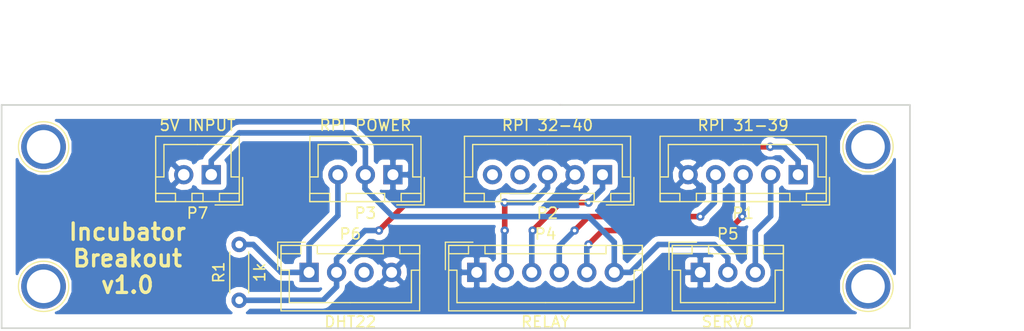
<source format=kicad_pcb>
(kicad_pcb (version 4) (host pcbnew 4.0.6)

  (general
    (links 18)
    (no_connects 0)
    (area 102.794999 88.824999 185.495001 109.295001)
    (thickness 1.6)
    (drawings 9)
    (tracks 73)
    (zones 0)
    (modules 12)
    (nets 13)
  )

  (page USLetter)
  (title_block
    (title "Incubator Breakout Board")
    (date 2017-11-29)
    (rev 1)
    (company "Urban Coop Company / Andy Vaselaar")
  )

  (layers
    (0 F.Cu signal)
    (31 B.Cu signal)
    (36 B.SilkS user)
    (37 F.SilkS user)
    (38 B.Mask user)
    (39 F.Mask user)
    (44 Edge.Cuts user)
    (45 Margin user)
  )

  (setup
    (last_trace_width 0.508)
    (trace_clearance 0.1524)
    (zone_clearance 0.508)
    (zone_45_only no)
    (trace_min 0.1524)
    (segment_width 0.2)
    (edge_width 0.15)
    (via_size 0.762)
    (via_drill 0.3302)
    (via_min_size 0.6858)
    (via_min_drill 0.3302)
    (uvia_size 0.762)
    (uvia_drill 0.508)
    (uvias_allowed no)
    (uvia_min_size 0)
    (uvia_min_drill 0)
    (pcb_text_width 0.3)
    (pcb_text_size 1.5 1.5)
    (mod_edge_width 0.15)
    (mod_text_size 1 1)
    (mod_text_width 0.15)
    (pad_size 1.524 1.524)
    (pad_drill 0.762)
    (pad_to_mask_clearance 0.2)
    (aux_axis_origin 0 0)
    (visible_elements FFFFFF7F)
    (pcbplotparams
      (layerselection 0x00030_80000001)
      (usegerberextensions false)
      (excludeedgelayer true)
      (linewidth 0.100000)
      (plotframeref false)
      (viasonmask false)
      (mode 1)
      (useauxorigin false)
      (hpglpennumber 1)
      (hpglpenspeed 20)
      (hpglpendiameter 15)
      (hpglpenoverlay 2)
      (psnegative false)
      (psa4output false)
      (plotreference true)
      (plotvalue true)
      (plotinvisibletext false)
      (padsonsilk false)
      (subtractmaskfromsilk false)
      (outputformat 1)
      (mirror false)
      (drillshape 1)
      (scaleselection 1)
      (outputdirectory ""))
  )

  (net 0 "")
  (net 1 /Servo_Data)
  (net 2 /DHT22_Data)
  (net 3 /Relay_4)
  (net 4 /Relay_3)
  (net 5 /Relay_2)
  (net 6 /Relay_1)
  (net 7 "Net-(P2-Pad4)")
  (net 8 "Net-(P2-Pad5)")
  (net 9 DGND)
  (net 10 +5V)
  (net 11 +3.3V)
  (net 12 "Net-(P6-Pad3)")

  (net_class Default "This is the default net class."
    (clearance 0.1524)
    (trace_width 0.508)
    (via_dia 0.762)
    (via_drill 0.3302)
    (uvia_dia 0.762)
    (uvia_drill 0.508)
    (add_net +3.3V)
    (add_net +5V)
    (add_net /DHT22_Data)
    (add_net /Relay_1)
    (add_net /Relay_2)
    (add_net /Relay_3)
    (add_net /Relay_4)
    (add_net /Servo_Data)
    (add_net DGND)
    (add_net "Net-(P2-Pad4)")
    (add_net "Net-(P2-Pad5)")
    (add_net "Net-(P6-Pad3)")
  )

  (module Connectors_JST:JST_XH_B05B-XH-A_05x2.50mm_Straight (layer F.Cu) (tedit 5A1EC892) (tstamp 5A1C910C)
    (at 175.26 95.25 180)
    (descr "JST XH series connector, B05B-XH-A, top entry type, through hole")
    (tags "connector jst xh tht top vertical 2.50mm")
    (path /5A08F46B)
    (fp_text reference P1 (at 5 -3.5 180) (layer F.SilkS)
      (effects (font (size 1 1) (thickness 0.15)))
    )
    (fp_text value "RPI 31-39" (at 5 4.5 180) (layer F.SilkS)
      (effects (font (size 1 1) (thickness 0.15)))
    )
    (fp_line (start -2.45 -2.35) (end -2.45 3.4) (layer F.Fab) (width 0.1))
    (fp_line (start -2.45 3.4) (end 12.45 3.4) (layer F.Fab) (width 0.1))
    (fp_line (start 12.45 3.4) (end 12.45 -2.35) (layer F.Fab) (width 0.1))
    (fp_line (start 12.45 -2.35) (end -2.45 -2.35) (layer F.Fab) (width 0.1))
    (fp_line (start -2.95 -2.85) (end -2.95 3.9) (layer F.CrtYd) (width 0.05))
    (fp_line (start -2.95 3.9) (end 12.95 3.9) (layer F.CrtYd) (width 0.05))
    (fp_line (start 12.95 3.9) (end 12.95 -2.85) (layer F.CrtYd) (width 0.05))
    (fp_line (start 12.95 -2.85) (end -2.95 -2.85) (layer F.CrtYd) (width 0.05))
    (fp_line (start -2.55 -2.45) (end -2.55 3.5) (layer F.SilkS) (width 0.12))
    (fp_line (start -2.55 3.5) (end 12.55 3.5) (layer F.SilkS) (width 0.12))
    (fp_line (start 12.55 3.5) (end 12.55 -2.45) (layer F.SilkS) (width 0.12))
    (fp_line (start 12.55 -2.45) (end -2.55 -2.45) (layer F.SilkS) (width 0.12))
    (fp_line (start 0.75 -2.45) (end 0.75 -1.7) (layer F.SilkS) (width 0.12))
    (fp_line (start 0.75 -1.7) (end 9.25 -1.7) (layer F.SilkS) (width 0.12))
    (fp_line (start 9.25 -1.7) (end 9.25 -2.45) (layer F.SilkS) (width 0.12))
    (fp_line (start 9.25 -2.45) (end 0.75 -2.45) (layer F.SilkS) (width 0.12))
    (fp_line (start -2.55 -2.45) (end -2.55 -1.7) (layer F.SilkS) (width 0.12))
    (fp_line (start -2.55 -1.7) (end -0.75 -1.7) (layer F.SilkS) (width 0.12))
    (fp_line (start -0.75 -1.7) (end -0.75 -2.45) (layer F.SilkS) (width 0.12))
    (fp_line (start -0.75 -2.45) (end -2.55 -2.45) (layer F.SilkS) (width 0.12))
    (fp_line (start 10.75 -2.45) (end 10.75 -1.7) (layer F.SilkS) (width 0.12))
    (fp_line (start 10.75 -1.7) (end 12.55 -1.7) (layer F.SilkS) (width 0.12))
    (fp_line (start 12.55 -1.7) (end 12.55 -2.45) (layer F.SilkS) (width 0.12))
    (fp_line (start 12.55 -2.45) (end 10.75 -2.45) (layer F.SilkS) (width 0.12))
    (fp_line (start -2.55 -0.2) (end -1.8 -0.2) (layer F.SilkS) (width 0.12))
    (fp_line (start -1.8 -0.2) (end -1.8 2.75) (layer F.SilkS) (width 0.12))
    (fp_line (start -1.8 2.75) (end 5 2.75) (layer F.SilkS) (width 0.12))
    (fp_line (start 12.55 -0.2) (end 11.8 -0.2) (layer F.SilkS) (width 0.12))
    (fp_line (start 11.8 -0.2) (end 11.8 2.75) (layer F.SilkS) (width 0.12))
    (fp_line (start 11.8 2.75) (end 5 2.75) (layer F.SilkS) (width 0.12))
    (fp_line (start -0.35 -2.75) (end -2.85 -2.75) (layer F.SilkS) (width 0.12))
    (fp_line (start -2.85 -2.75) (end -2.85 -0.25) (layer F.SilkS) (width 0.12))
    (fp_line (start -0.35 -2.75) (end -2.85 -2.75) (layer F.Fab) (width 0.1))
    (fp_line (start -2.85 -2.75) (end -2.85 -0.25) (layer F.Fab) (width 0.1))
    (fp_text user %R (at 5 2.5 180) (layer F.Fab)
      (effects (font (size 1 1) (thickness 0.15)))
    )
    (pad 1 thru_hole rect (at 0 0 180) (size 1.75 1.75) (drill 1) (layers *.Cu *.Mask)
      (net 2 /DHT22_Data))
    (pad 2 thru_hole circle (at 2.5 0 180) (size 1.75 1.75) (drill 1) (layers *.Cu *.Mask)
      (net 1 /Servo_Data))
    (pad 3 thru_hole circle (at 5 0 180) (size 1.75 1.75) (drill 1) (layers *.Cu *.Mask)
      (net 3 /Relay_4))
    (pad 4 thru_hole circle (at 7.5 0 180) (size 1.75 1.75) (drill 1) (layers *.Cu *.Mask)
      (net 4 /Relay_3))
    (pad 5 thru_hole circle (at 10 0 180) (size 1.75 1.75) (drill 1) (layers *.Cu *.Mask)
      (net 9 DGND))
    (model Connectors_JST.3dshapes/JST_XH_B05B-XH-A_05x2.50mm_Straight.wrl
      (at (xyz 0 0 0))
      (scale (xyz 1 1 1))
      (rotate (xyz 0 0 0))
    )
  )

  (module Connectors_JST:JST_XH_B05B-XH-A_05x2.50mm_Straight (layer F.Cu) (tedit 5A1ED454) (tstamp 5A1C9115)
    (at 157.48 95.25 180)
    (descr "JST XH series connector, B05B-XH-A, top entry type, through hole")
    (tags "connector jst xh tht top vertical 2.50mm")
    (path /5A08F3A9)
    (fp_text reference P2 (at 5 -3.5 180) (layer F.SilkS)
      (effects (font (size 1 1) (thickness 0.15)))
    )
    (fp_text value "RPI 32-40" (at 5 4.5 180) (layer F.SilkS)
      (effects (font (size 1 1) (thickness 0.15)))
    )
    (fp_line (start -2.45 -2.35) (end -2.45 3.4) (layer F.Fab) (width 0.1))
    (fp_line (start -2.45 3.4) (end 12.45 3.4) (layer F.Fab) (width 0.1))
    (fp_line (start 12.45 3.4) (end 12.45 -2.35) (layer F.Fab) (width 0.1))
    (fp_line (start 12.45 -2.35) (end -2.45 -2.35) (layer F.Fab) (width 0.1))
    (fp_line (start -2.95 -2.85) (end -2.95 3.9) (layer F.CrtYd) (width 0.05))
    (fp_line (start -2.95 3.9) (end 12.95 3.9) (layer F.CrtYd) (width 0.05))
    (fp_line (start 12.95 3.9) (end 12.95 -2.85) (layer F.CrtYd) (width 0.05))
    (fp_line (start 12.95 -2.85) (end -2.95 -2.85) (layer F.CrtYd) (width 0.05))
    (fp_line (start -2.55 -2.45) (end -2.55 3.5) (layer F.SilkS) (width 0.12))
    (fp_line (start -2.55 3.5) (end 12.55 3.5) (layer F.SilkS) (width 0.12))
    (fp_line (start 12.55 3.5) (end 12.55 -2.45) (layer F.SilkS) (width 0.12))
    (fp_line (start 12.55 -2.45) (end -2.55 -2.45) (layer F.SilkS) (width 0.12))
    (fp_line (start 0.75 -2.45) (end 0.75 -1.7) (layer F.SilkS) (width 0.12))
    (fp_line (start 0.75 -1.7) (end 9.25 -1.7) (layer F.SilkS) (width 0.12))
    (fp_line (start 9.25 -1.7) (end 9.25 -2.45) (layer F.SilkS) (width 0.12))
    (fp_line (start 9.25 -2.45) (end 0.75 -2.45) (layer F.SilkS) (width 0.12))
    (fp_line (start -2.55 -2.45) (end -2.55 -1.7) (layer F.SilkS) (width 0.12))
    (fp_line (start -2.55 -1.7) (end -0.75 -1.7) (layer F.SilkS) (width 0.12))
    (fp_line (start -0.75 -1.7) (end -0.75 -2.45) (layer F.SilkS) (width 0.12))
    (fp_line (start -0.75 -2.45) (end -2.55 -2.45) (layer F.SilkS) (width 0.12))
    (fp_line (start 10.75 -2.45) (end 10.75 -1.7) (layer F.SilkS) (width 0.12))
    (fp_line (start 10.75 -1.7) (end 12.55 -1.7) (layer F.SilkS) (width 0.12))
    (fp_line (start 12.55 -1.7) (end 12.55 -2.45) (layer F.SilkS) (width 0.12))
    (fp_line (start 12.55 -2.45) (end 10.75 -2.45) (layer F.SilkS) (width 0.12))
    (fp_line (start -2.55 -0.2) (end -1.8 -0.2) (layer F.SilkS) (width 0.12))
    (fp_line (start -1.8 -0.2) (end -1.8 2.75) (layer F.SilkS) (width 0.12))
    (fp_line (start -1.8 2.75) (end 5 2.75) (layer F.SilkS) (width 0.12))
    (fp_line (start 12.55 -0.2) (end 11.8 -0.2) (layer F.SilkS) (width 0.12))
    (fp_line (start 11.8 -0.2) (end 11.8 2.75) (layer F.SilkS) (width 0.12))
    (fp_line (start 11.8 2.75) (end 5 2.75) (layer F.SilkS) (width 0.12))
    (fp_line (start -0.35 -2.75) (end -2.85 -2.75) (layer F.SilkS) (width 0.12))
    (fp_line (start -2.85 -2.75) (end -2.85 -0.25) (layer F.SilkS) (width 0.12))
    (fp_line (start -0.35 -2.75) (end -2.85 -2.75) (layer F.Fab) (width 0.1))
    (fp_line (start -2.85 -2.75) (end -2.85 -0.25) (layer F.Fab) (width 0.1))
    (fp_text user %R (at 5 2.5 180) (layer F.Fab)
      (effects (font (size 1 1) (thickness 0.15)))
    )
    (pad 1 thru_hole rect (at 0 0 180) (size 1.75 1.75) (drill 1) (layers *.Cu *.Mask)
      (net 5 /Relay_2))
    (pad 2 thru_hole circle (at 2.5 0 180) (size 1.75 1.75) (drill 1) (layers *.Cu *.Mask)
      (net 9 DGND))
    (pad 3 thru_hole circle (at 5 0 180) (size 1.75 1.75) (drill 1) (layers *.Cu *.Mask)
      (net 6 /Relay_1))
    (pad 4 thru_hole circle (at 7.5 0 180) (size 1.75 1.75) (drill 1) (layers *.Cu *.Mask)
      (net 7 "Net-(P2-Pad4)"))
    (pad 5 thru_hole circle (at 10 0 180) (size 1.75 1.75) (drill 1) (layers *.Cu *.Mask)
      (net 8 "Net-(P2-Pad5)"))
    (model Connectors_JST.3dshapes/JST_XH_B05B-XH-A_05x2.50mm_Straight.wrl
      (at (xyz 0 0 0))
      (scale (xyz 1 1 1))
      (rotate (xyz 0 0 0))
    )
  )

  (module Resistors_THT:R_Axial_DIN0204_L3.6mm_D1.6mm_P5.08mm_Horizontal (layer F.Cu) (tedit 5A1ED47A) (tstamp 5A1C92DF)
    (at 124.46 106.68 90)
    (descr "Resistor, Axial_DIN0204 series, Axial, Horizontal, pin pitch=5.08mm, 0.16666666666666666W = 1/6W, length*diameter=3.6*1.6mm^2, http://cdn-reichelt.de/documents/datenblatt/B400/1_4W%23YAG.pdf")
    (tags "Resistor Axial_DIN0204 series Axial Horizontal pin pitch 5.08mm 0.16666666666666666W = 1/6W length 3.6mm diameter 1.6mm")
    (path /5A0B4666)
    (fp_text reference R1 (at 2.54 -1.86 90) (layer F.SilkS)
      (effects (font (size 1 1) (thickness 0.15)))
    )
    (fp_text value 1k (at 2.54 1.86 90) (layer F.SilkS)
      (effects (font (size 1 1) (thickness 0.15)))
    )
    (fp_line (start 0.74 -0.8) (end 0.74 0.8) (layer F.Fab) (width 0.1))
    (fp_line (start 0.74 0.8) (end 4.34 0.8) (layer F.Fab) (width 0.1))
    (fp_line (start 4.34 0.8) (end 4.34 -0.8) (layer F.Fab) (width 0.1))
    (fp_line (start 4.34 -0.8) (end 0.74 -0.8) (layer F.Fab) (width 0.1))
    (fp_line (start 0 0) (end 0.74 0) (layer F.Fab) (width 0.1))
    (fp_line (start 5.08 0) (end 4.34 0) (layer F.Fab) (width 0.1))
    (fp_line (start 0.68 -0.86) (end 4.4 -0.86) (layer F.SilkS) (width 0.12))
    (fp_line (start 0.68 0.86) (end 4.4 0.86) (layer F.SilkS) (width 0.12))
    (fp_line (start -0.95 -1.15) (end -0.95 1.15) (layer F.CrtYd) (width 0.05))
    (fp_line (start -0.95 1.15) (end 6.05 1.15) (layer F.CrtYd) (width 0.05))
    (fp_line (start 6.05 1.15) (end 6.05 -1.15) (layer F.CrtYd) (width 0.05))
    (fp_line (start 6.05 -1.15) (end -0.95 -1.15) (layer F.CrtYd) (width 0.05))
    (pad 1 thru_hole circle (at 0 0 90) (size 1.4 1.4) (drill 0.7) (layers *.Cu *.Mask)
      (net 2 /DHT22_Data))
    (pad 2 thru_hole oval (at 5.08 0 90) (size 1.4 1.4) (drill 0.7) (layers *.Cu *.Mask)
      (net 11 +3.3V))
    (model ${KISYS3DMOD}/Resistors_THT.3dshapes/R_Axial_DIN0204_L3.6mm_D1.6mm_P5.08mm_Horizontal.wrl
      (at (xyz 0 0 0))
      (scale (xyz 0.393701 0.393701 0.393701))
      (rotate (xyz 0 0 0))
    )
  )

  (module Connectors:1pin (layer F.Cu) (tedit 5A1EC2CE) (tstamp 5A1C9358)
    (at 181.61 92.71)
    (descr "module 1 pin (ou trou mecanique de percage)")
    (tags DEV)
    (fp_text reference REF** (at 0 -3.048) (layer F.SilkS) hide
      (effects (font (size 1 1) (thickness 0.15)))
    )
    (fp_text value 1pin (at 0 3) (layer F.Fab) hide
      (effects (font (size 1 1) (thickness 0.15)))
    )
    (fp_circle (center 0 0) (end 2 0.8) (layer F.Fab) (width 0.1))
    (fp_circle (center 0 0) (end 2.6 0) (layer F.CrtYd) (width 0.05))
    (fp_circle (center 0 0) (end 0 -2.286) (layer F.SilkS) (width 0.12))
    (pad 1 thru_hole circle (at 0 0) (size 4.064 4.064) (drill 3.048) (layers *.Cu *.Mask))
  )

  (module Connectors:1pin (layer F.Cu) (tedit 5A1EC2DB) (tstamp 5A1C935E)
    (at 181.61 105.41)
    (descr "module 1 pin (ou trou mecanique de percage)")
    (tags DEV)
    (fp_text reference REF** (at 0 -3.048) (layer F.SilkS) hide
      (effects (font (size 1 1) (thickness 0.15)))
    )
    (fp_text value 1pin (at 0 3) (layer F.Fab) hide
      (effects (font (size 1 1) (thickness 0.15)))
    )
    (fp_circle (center 0 0) (end 2 0.8) (layer F.Fab) (width 0.1))
    (fp_circle (center 0 0) (end 2.6 0) (layer F.CrtYd) (width 0.05))
    (fp_circle (center 0 0) (end 0 -2.286) (layer F.SilkS) (width 0.12))
    (pad 1 thru_hole circle (at 0 0) (size 4.064 4.064) (drill 3.048) (layers *.Cu *.Mask))
  )

  (module Connectors:1pin (layer F.Cu) (tedit 5A1EC2BA) (tstamp 5A1C935F)
    (at 106.68 92.71)
    (descr "module 1 pin (ou trou mecanique de percage)")
    (tags DEV)
    (fp_text reference REF** (at 0 -3.048) (layer F.SilkS) hide
      (effects (font (size 1 1) (thickness 0.15)))
    )
    (fp_text value 1pin (at 0 3) (layer F.Fab) hide
      (effects (font (size 1 1) (thickness 0.15)))
    )
    (fp_circle (center 0 0) (end 2 0.8) (layer F.Fab) (width 0.1))
    (fp_circle (center 0 0) (end 2.6 0) (layer F.CrtYd) (width 0.05))
    (fp_circle (center 0 0) (end 0 -2.286) (layer F.SilkS) (width 0.12))
    (pad 1 thru_hole circle (at 0 0) (size 4.064 4.064) (drill 3.048) (layers *.Cu *.Mask))
  )

  (module Connectors:1pin (layer F.Cu) (tedit 5A1EC2C0) (tstamp 5A1C9360)
    (at 106.68 105.41)
    (descr "module 1 pin (ou trou mecanique de percage)")
    (tags DEV)
    (fp_text reference REF** (at 0 -3.048) (layer F.SilkS) hide
      (effects (font (size 1 1) (thickness 0.15)))
    )
    (fp_text value 1pin (at 0 3) (layer F.Fab) hide
      (effects (font (size 1 1) (thickness 0.15)))
    )
    (fp_circle (center 0 0) (end 2 0.8) (layer F.Fab) (width 0.1))
    (fp_circle (center 0 0) (end 2.6 0) (layer F.CrtYd) (width 0.05))
    (fp_circle (center 0 0) (end 0 -2.286) (layer F.SilkS) (width 0.12))
    (pad 1 thru_hole circle (at 0 0) (size 4.064 4.064) (drill 3.048) (layers *.Cu *.Mask))
  )

  (module Connectors_JST:JST_XH_B02B-XH-A_02x2.50mm_Straight (layer F.Cu) (tedit 5A1ED474) (tstamp 5A1ED7FF)
    (at 121.92 95.25 180)
    (descr "JST XH series connector, B02B-XH-A, top entry type, through hole")
    (tags "connector jst xh tht top vertical 2.50mm")
    (path /5A090CE7)
    (fp_text reference P7 (at 1.25 -3.5 180) (layer F.SilkS)
      (effects (font (size 1 1) (thickness 0.15)))
    )
    (fp_text value "5V INPUT" (at 1.25 4.5 180) (layer F.SilkS)
      (effects (font (size 1 1) (thickness 0.15)))
    )
    (fp_line (start -2.45 -2.35) (end -2.45 3.4) (layer F.Fab) (width 0.1))
    (fp_line (start -2.45 3.4) (end 4.95 3.4) (layer F.Fab) (width 0.1))
    (fp_line (start 4.95 3.4) (end 4.95 -2.35) (layer F.Fab) (width 0.1))
    (fp_line (start 4.95 -2.35) (end -2.45 -2.35) (layer F.Fab) (width 0.1))
    (fp_line (start -2.95 -2.85) (end -2.95 3.9) (layer F.CrtYd) (width 0.05))
    (fp_line (start -2.95 3.9) (end 5.45 3.9) (layer F.CrtYd) (width 0.05))
    (fp_line (start 5.45 3.9) (end 5.45 -2.85) (layer F.CrtYd) (width 0.05))
    (fp_line (start 5.45 -2.85) (end -2.95 -2.85) (layer F.CrtYd) (width 0.05))
    (fp_line (start -2.55 -2.45) (end -2.55 3.5) (layer F.SilkS) (width 0.12))
    (fp_line (start -2.55 3.5) (end 5.05 3.5) (layer F.SilkS) (width 0.12))
    (fp_line (start 5.05 3.5) (end 5.05 -2.45) (layer F.SilkS) (width 0.12))
    (fp_line (start 5.05 -2.45) (end -2.55 -2.45) (layer F.SilkS) (width 0.12))
    (fp_line (start 0.75 -2.45) (end 0.75 -1.7) (layer F.SilkS) (width 0.12))
    (fp_line (start 0.75 -1.7) (end 1.75 -1.7) (layer F.SilkS) (width 0.12))
    (fp_line (start 1.75 -1.7) (end 1.75 -2.45) (layer F.SilkS) (width 0.12))
    (fp_line (start 1.75 -2.45) (end 0.75 -2.45) (layer F.SilkS) (width 0.12))
    (fp_line (start -2.55 -2.45) (end -2.55 -1.7) (layer F.SilkS) (width 0.12))
    (fp_line (start -2.55 -1.7) (end -0.75 -1.7) (layer F.SilkS) (width 0.12))
    (fp_line (start -0.75 -1.7) (end -0.75 -2.45) (layer F.SilkS) (width 0.12))
    (fp_line (start -0.75 -2.45) (end -2.55 -2.45) (layer F.SilkS) (width 0.12))
    (fp_line (start 3.25 -2.45) (end 3.25 -1.7) (layer F.SilkS) (width 0.12))
    (fp_line (start 3.25 -1.7) (end 5.05 -1.7) (layer F.SilkS) (width 0.12))
    (fp_line (start 5.05 -1.7) (end 5.05 -2.45) (layer F.SilkS) (width 0.12))
    (fp_line (start 5.05 -2.45) (end 3.25 -2.45) (layer F.SilkS) (width 0.12))
    (fp_line (start -2.55 -0.2) (end -1.8 -0.2) (layer F.SilkS) (width 0.12))
    (fp_line (start -1.8 -0.2) (end -1.8 2.75) (layer F.SilkS) (width 0.12))
    (fp_line (start -1.8 2.75) (end 1.25 2.75) (layer F.SilkS) (width 0.12))
    (fp_line (start 5.05 -0.2) (end 4.3 -0.2) (layer F.SilkS) (width 0.12))
    (fp_line (start 4.3 -0.2) (end 4.3 2.75) (layer F.SilkS) (width 0.12))
    (fp_line (start 4.3 2.75) (end 1.25 2.75) (layer F.SilkS) (width 0.12))
    (fp_line (start -0.35 -2.75) (end -2.85 -2.75) (layer F.SilkS) (width 0.12))
    (fp_line (start -2.85 -2.75) (end -2.85 -0.25) (layer F.SilkS) (width 0.12))
    (fp_line (start -0.35 -2.75) (end -2.85 -2.75) (layer F.Fab) (width 0.1))
    (fp_line (start -2.85 -2.75) (end -2.85 -0.25) (layer F.Fab) (width 0.1))
    (fp_text user %R (at 1.25 2.5 180) (layer F.Fab)
      (effects (font (size 1 1) (thickness 0.15)))
    )
    (pad 1 thru_hole rect (at 0 0 180) (size 1.75 1.75) (drill 1.05) (layers *.Cu *.Mask)
      (net 10 +5V))
    (pad 2 thru_hole circle (at 2.5 0 180) (size 1.75 1.75) (drill 1.05) (layers *.Cu *.Mask)
      (net 9 DGND))
    (model Connectors_JST.3dshapes/JST_XH_B02B-XH-A_02x2.50mm_Straight.wrl
      (at (xyz 0 0 0))
      (scale (xyz 1 1 1))
      (rotate (xyz 0 0 0))
    )
  )

  (module Connectors_JST:JST_XH_B03B-XH-A_03x2.50mm_Straight (layer F.Cu) (tedit 5A1ED5F7) (tstamp 5A1EDDEA)
    (at 138.43 95.25 180)
    (descr "JST XH series connector, B03B-XH-A, top entry type, through hole")
    (tags "connector jst xh tht top vertical 2.50mm")
    (path /5A092CED)
    (fp_text reference P3 (at 2.5 -3.5 180) (layer F.SilkS)
      (effects (font (size 1 1) (thickness 0.15)))
    )
    (fp_text value "RPI POWER" (at 2.5 4.5 180) (layer F.SilkS)
      (effects (font (size 1 1) (thickness 0.15)))
    )
    (fp_line (start -2.45 -2.35) (end -2.45 3.4) (layer F.Fab) (width 0.1))
    (fp_line (start -2.45 3.4) (end 7.45 3.4) (layer F.Fab) (width 0.1))
    (fp_line (start 7.45 3.4) (end 7.45 -2.35) (layer F.Fab) (width 0.1))
    (fp_line (start 7.45 -2.35) (end -2.45 -2.35) (layer F.Fab) (width 0.1))
    (fp_line (start -2.95 -2.85) (end -2.95 3.9) (layer F.CrtYd) (width 0.05))
    (fp_line (start -2.95 3.9) (end 7.95 3.9) (layer F.CrtYd) (width 0.05))
    (fp_line (start 7.95 3.9) (end 7.95 -2.85) (layer F.CrtYd) (width 0.05))
    (fp_line (start 7.95 -2.85) (end -2.95 -2.85) (layer F.CrtYd) (width 0.05))
    (fp_line (start -2.55 -2.45) (end -2.55 3.5) (layer F.SilkS) (width 0.12))
    (fp_line (start -2.55 3.5) (end 7.55 3.5) (layer F.SilkS) (width 0.12))
    (fp_line (start 7.55 3.5) (end 7.55 -2.45) (layer F.SilkS) (width 0.12))
    (fp_line (start 7.55 -2.45) (end -2.55 -2.45) (layer F.SilkS) (width 0.12))
    (fp_line (start 0.75 -2.45) (end 0.75 -1.7) (layer F.SilkS) (width 0.12))
    (fp_line (start 0.75 -1.7) (end 4.25 -1.7) (layer F.SilkS) (width 0.12))
    (fp_line (start 4.25 -1.7) (end 4.25 -2.45) (layer F.SilkS) (width 0.12))
    (fp_line (start 4.25 -2.45) (end 0.75 -2.45) (layer F.SilkS) (width 0.12))
    (fp_line (start -2.55 -2.45) (end -2.55 -1.7) (layer F.SilkS) (width 0.12))
    (fp_line (start -2.55 -1.7) (end -0.75 -1.7) (layer F.SilkS) (width 0.12))
    (fp_line (start -0.75 -1.7) (end -0.75 -2.45) (layer F.SilkS) (width 0.12))
    (fp_line (start -0.75 -2.45) (end -2.55 -2.45) (layer F.SilkS) (width 0.12))
    (fp_line (start 5.75 -2.45) (end 5.75 -1.7) (layer F.SilkS) (width 0.12))
    (fp_line (start 5.75 -1.7) (end 7.55 -1.7) (layer F.SilkS) (width 0.12))
    (fp_line (start 7.55 -1.7) (end 7.55 -2.45) (layer F.SilkS) (width 0.12))
    (fp_line (start 7.55 -2.45) (end 5.75 -2.45) (layer F.SilkS) (width 0.12))
    (fp_line (start -2.55 -0.2) (end -1.8 -0.2) (layer F.SilkS) (width 0.12))
    (fp_line (start -1.8 -0.2) (end -1.8 2.75) (layer F.SilkS) (width 0.12))
    (fp_line (start -1.8 2.75) (end 2.5 2.75) (layer F.SilkS) (width 0.12))
    (fp_line (start 7.55 -0.2) (end 6.8 -0.2) (layer F.SilkS) (width 0.12))
    (fp_line (start 6.8 -0.2) (end 6.8 2.75) (layer F.SilkS) (width 0.12))
    (fp_line (start 6.8 2.75) (end 2.5 2.75) (layer F.SilkS) (width 0.12))
    (fp_line (start -0.35 -2.75) (end -2.85 -2.75) (layer F.SilkS) (width 0.12))
    (fp_line (start -2.85 -2.75) (end -2.85 -0.25) (layer F.SilkS) (width 0.12))
    (fp_line (start -0.35 -2.75) (end -2.85 -2.75) (layer F.Fab) (width 0.1))
    (fp_line (start -2.85 -2.75) (end -2.85 -0.25) (layer F.Fab) (width 0.1))
    (fp_text user %R (at 2.5 2.5 180) (layer F.Fab)
      (effects (font (size 1 1) (thickness 0.15)))
    )
    (pad 1 thru_hole rect (at 0 0 180) (size 1.75 1.75) (drill 1) (layers *.Cu *.Mask)
      (net 9 DGND))
    (pad 2 thru_hole circle (at 2.5 0 180) (size 1.75 1.75) (drill 1) (layers *.Cu *.Mask)
      (net 10 +5V))
    (pad 3 thru_hole circle (at 5 0 180) (size 1.75 1.75) (drill 1) (layers *.Cu *.Mask)
      (net 11 +3.3V))
    (model Connectors_JST.3dshapes/JST_XH_B03B-XH-A_03x2.50mm_Straight.wrl
      (at (xyz 0 0 0))
      (scale (xyz 1 1 1))
      (rotate (xyz 0 0 0))
    )
  )

  (module Connectors_JST:JST_XH_B06B-XH-A_06x2.50mm_Straight (layer F.Cu) (tedit 5A1ED5EA) (tstamp 5A1EDE17)
    (at 146.05 104.14)
    (descr "JST XH series connector, B06B-XH-A, top entry type, through hole")
    (tags "connector jst xh tht top vertical 2.50mm")
    (path /5A08F643)
    (fp_text reference P4 (at 6.25 -3.5) (layer F.SilkS)
      (effects (font (size 1 1) (thickness 0.15)))
    )
    (fp_text value RELAY (at 6.25 4.5) (layer F.SilkS)
      (effects (font (size 1 1) (thickness 0.15)))
    )
    (fp_line (start -2.45 -2.35) (end -2.45 3.4) (layer F.Fab) (width 0.1))
    (fp_line (start -2.45 3.4) (end 14.95 3.4) (layer F.Fab) (width 0.1))
    (fp_line (start 14.95 3.4) (end 14.95 -2.35) (layer F.Fab) (width 0.1))
    (fp_line (start 14.95 -2.35) (end -2.45 -2.35) (layer F.Fab) (width 0.1))
    (fp_line (start -2.95 -2.85) (end -2.95 3.9) (layer F.CrtYd) (width 0.05))
    (fp_line (start -2.95 3.9) (end 15.45 3.9) (layer F.CrtYd) (width 0.05))
    (fp_line (start 15.45 3.9) (end 15.45 -2.85) (layer F.CrtYd) (width 0.05))
    (fp_line (start 15.45 -2.85) (end -2.95 -2.85) (layer F.CrtYd) (width 0.05))
    (fp_line (start -2.55 -2.45) (end -2.55 3.5) (layer F.SilkS) (width 0.12))
    (fp_line (start -2.55 3.5) (end 15.05 3.5) (layer F.SilkS) (width 0.12))
    (fp_line (start 15.05 3.5) (end 15.05 -2.45) (layer F.SilkS) (width 0.12))
    (fp_line (start 15.05 -2.45) (end -2.55 -2.45) (layer F.SilkS) (width 0.12))
    (fp_line (start 0.75 -2.45) (end 0.75 -1.7) (layer F.SilkS) (width 0.12))
    (fp_line (start 0.75 -1.7) (end 11.75 -1.7) (layer F.SilkS) (width 0.12))
    (fp_line (start 11.75 -1.7) (end 11.75 -2.45) (layer F.SilkS) (width 0.12))
    (fp_line (start 11.75 -2.45) (end 0.75 -2.45) (layer F.SilkS) (width 0.12))
    (fp_line (start -2.55 -2.45) (end -2.55 -1.7) (layer F.SilkS) (width 0.12))
    (fp_line (start -2.55 -1.7) (end -0.75 -1.7) (layer F.SilkS) (width 0.12))
    (fp_line (start -0.75 -1.7) (end -0.75 -2.45) (layer F.SilkS) (width 0.12))
    (fp_line (start -0.75 -2.45) (end -2.55 -2.45) (layer F.SilkS) (width 0.12))
    (fp_line (start 13.25 -2.45) (end 13.25 -1.7) (layer F.SilkS) (width 0.12))
    (fp_line (start 13.25 -1.7) (end 15.05 -1.7) (layer F.SilkS) (width 0.12))
    (fp_line (start 15.05 -1.7) (end 15.05 -2.45) (layer F.SilkS) (width 0.12))
    (fp_line (start 15.05 -2.45) (end 13.25 -2.45) (layer F.SilkS) (width 0.12))
    (fp_line (start -2.55 -0.2) (end -1.8 -0.2) (layer F.SilkS) (width 0.12))
    (fp_line (start -1.8 -0.2) (end -1.8 2.75) (layer F.SilkS) (width 0.12))
    (fp_line (start -1.8 2.75) (end 6.25 2.75) (layer F.SilkS) (width 0.12))
    (fp_line (start 15.05 -0.2) (end 14.3 -0.2) (layer F.SilkS) (width 0.12))
    (fp_line (start 14.3 -0.2) (end 14.3 2.75) (layer F.SilkS) (width 0.12))
    (fp_line (start 14.3 2.75) (end 6.25 2.75) (layer F.SilkS) (width 0.12))
    (fp_line (start -0.35 -2.75) (end -2.85 -2.75) (layer F.SilkS) (width 0.12))
    (fp_line (start -2.85 -2.75) (end -2.85 -0.25) (layer F.SilkS) (width 0.12))
    (fp_line (start -0.35 -2.75) (end -2.85 -2.75) (layer F.Fab) (width 0.1))
    (fp_line (start -2.85 -2.75) (end -2.85 -0.25) (layer F.Fab) (width 0.1))
    (fp_text user %R (at 6.25 2.5) (layer F.Fab)
      (effects (font (size 1 1) (thickness 0.15)))
    )
    (pad 1 thru_hole rect (at 0 0) (size 1.75 1.75) (drill 1) (layers *.Cu *.Mask)
      (net 9 DGND))
    (pad 2 thru_hole circle (at 2.5 0) (size 1.75 1.75) (drill 1) (layers *.Cu *.Mask)
      (net 6 /Relay_1))
    (pad 3 thru_hole circle (at 5 0) (size 1.75 1.75) (drill 1) (layers *.Cu *.Mask)
      (net 5 /Relay_2))
    (pad 4 thru_hole circle (at 7.5 0) (size 1.75 1.75) (drill 1) (layers *.Cu *.Mask)
      (net 4 /Relay_3))
    (pad 5 thru_hole circle (at 10 0) (size 1.75 1.75) (drill 1) (layers *.Cu *.Mask)
      (net 3 /Relay_4))
    (pad 6 thru_hole circle (at 12.5 0) (size 1.75 1.75) (drill 1) (layers *.Cu *.Mask)
      (net 10 +5V))
    (model Connectors_JST.3dshapes/JST_XH_B06B-XH-A_06x2.50mm_Straight.wrl
      (at (xyz 0 0 0))
      (scale (xyz 1 1 1))
      (rotate (xyz 0 0 0))
    )
  )

  (module Connectors_JST:JST_XH_B03B-XH-A_03x2.50mm_Straight (layer F.Cu) (tedit 5A1ED5E3) (tstamp 5A1EDE41)
    (at 166.37 104.14)
    (descr "JST XH series connector, B03B-XH-A, top entry type, through hole")
    (tags "connector jst xh tht top vertical 2.50mm")
    (path /5A08F5F3)
    (fp_text reference P5 (at 2.5 -3.5) (layer F.SilkS)
      (effects (font (size 1 1) (thickness 0.15)))
    )
    (fp_text value SERVO (at 2.5 4.5) (layer F.SilkS)
      (effects (font (size 1 1) (thickness 0.15)))
    )
    (fp_line (start -2.45 -2.35) (end -2.45 3.4) (layer F.Fab) (width 0.1))
    (fp_line (start -2.45 3.4) (end 7.45 3.4) (layer F.Fab) (width 0.1))
    (fp_line (start 7.45 3.4) (end 7.45 -2.35) (layer F.Fab) (width 0.1))
    (fp_line (start 7.45 -2.35) (end -2.45 -2.35) (layer F.Fab) (width 0.1))
    (fp_line (start -2.95 -2.85) (end -2.95 3.9) (layer F.CrtYd) (width 0.05))
    (fp_line (start -2.95 3.9) (end 7.95 3.9) (layer F.CrtYd) (width 0.05))
    (fp_line (start 7.95 3.9) (end 7.95 -2.85) (layer F.CrtYd) (width 0.05))
    (fp_line (start 7.95 -2.85) (end -2.95 -2.85) (layer F.CrtYd) (width 0.05))
    (fp_line (start -2.55 -2.45) (end -2.55 3.5) (layer F.SilkS) (width 0.12))
    (fp_line (start -2.55 3.5) (end 7.55 3.5) (layer F.SilkS) (width 0.12))
    (fp_line (start 7.55 3.5) (end 7.55 -2.45) (layer F.SilkS) (width 0.12))
    (fp_line (start 7.55 -2.45) (end -2.55 -2.45) (layer F.SilkS) (width 0.12))
    (fp_line (start 0.75 -2.45) (end 0.75 -1.7) (layer F.SilkS) (width 0.12))
    (fp_line (start 0.75 -1.7) (end 4.25 -1.7) (layer F.SilkS) (width 0.12))
    (fp_line (start 4.25 -1.7) (end 4.25 -2.45) (layer F.SilkS) (width 0.12))
    (fp_line (start 4.25 -2.45) (end 0.75 -2.45) (layer F.SilkS) (width 0.12))
    (fp_line (start -2.55 -2.45) (end -2.55 -1.7) (layer F.SilkS) (width 0.12))
    (fp_line (start -2.55 -1.7) (end -0.75 -1.7) (layer F.SilkS) (width 0.12))
    (fp_line (start -0.75 -1.7) (end -0.75 -2.45) (layer F.SilkS) (width 0.12))
    (fp_line (start -0.75 -2.45) (end -2.55 -2.45) (layer F.SilkS) (width 0.12))
    (fp_line (start 5.75 -2.45) (end 5.75 -1.7) (layer F.SilkS) (width 0.12))
    (fp_line (start 5.75 -1.7) (end 7.55 -1.7) (layer F.SilkS) (width 0.12))
    (fp_line (start 7.55 -1.7) (end 7.55 -2.45) (layer F.SilkS) (width 0.12))
    (fp_line (start 7.55 -2.45) (end 5.75 -2.45) (layer F.SilkS) (width 0.12))
    (fp_line (start -2.55 -0.2) (end -1.8 -0.2) (layer F.SilkS) (width 0.12))
    (fp_line (start -1.8 -0.2) (end -1.8 2.75) (layer F.SilkS) (width 0.12))
    (fp_line (start -1.8 2.75) (end 2.5 2.75) (layer F.SilkS) (width 0.12))
    (fp_line (start 7.55 -0.2) (end 6.8 -0.2) (layer F.SilkS) (width 0.12))
    (fp_line (start 6.8 -0.2) (end 6.8 2.75) (layer F.SilkS) (width 0.12))
    (fp_line (start 6.8 2.75) (end 2.5 2.75) (layer F.SilkS) (width 0.12))
    (fp_line (start -0.35 -2.75) (end -2.85 -2.75) (layer F.SilkS) (width 0.12))
    (fp_line (start -2.85 -2.75) (end -2.85 -0.25) (layer F.SilkS) (width 0.12))
    (fp_line (start -0.35 -2.75) (end -2.85 -2.75) (layer F.Fab) (width 0.1))
    (fp_line (start -2.85 -2.75) (end -2.85 -0.25) (layer F.Fab) (width 0.1))
    (fp_text user %R (at 2.5 2.5) (layer F.Fab)
      (effects (font (size 1 1) (thickness 0.15)))
    )
    (pad 1 thru_hole rect (at 0 0) (size 1.75 1.75) (drill 1) (layers *.Cu *.Mask)
      (net 9 DGND))
    (pad 2 thru_hole circle (at 2.5 0) (size 1.75 1.75) (drill 1) (layers *.Cu *.Mask)
      (net 10 +5V))
    (pad 3 thru_hole circle (at 5 0) (size 1.75 1.75) (drill 1) (layers *.Cu *.Mask)
      (net 1 /Servo_Data))
    (model Connectors_JST.3dshapes/JST_XH_B03B-XH-A_03x2.50mm_Straight.wrl
      (at (xyz 0 0 0))
      (scale (xyz 1 1 1))
      (rotate (xyz 0 0 0))
    )
  )

  (module Connectors_JST:JST_XH_B04B-XH-A_04x2.50mm_Straight (layer F.Cu) (tedit 5A1ED5F1) (tstamp 5A1EDE6C)
    (at 130.81 104.14)
    (descr "JST XH series connector, B04B-XH-A, top entry type, through hole")
    (tags "connector jst xh tht top vertical 2.50mm")
    (path /5A091C9B)
    (fp_text reference P6 (at 3.75 -3.5) (layer F.SilkS)
      (effects (font (size 1 1) (thickness 0.15)))
    )
    (fp_text value DHT22 (at 3.75 4.5) (layer F.SilkS)
      (effects (font (size 1 1) (thickness 0.15)))
    )
    (fp_line (start -2.45 -2.35) (end -2.45 3.4) (layer F.Fab) (width 0.1))
    (fp_line (start -2.45 3.4) (end 9.95 3.4) (layer F.Fab) (width 0.1))
    (fp_line (start 9.95 3.4) (end 9.95 -2.35) (layer F.Fab) (width 0.1))
    (fp_line (start 9.95 -2.35) (end -2.45 -2.35) (layer F.Fab) (width 0.1))
    (fp_line (start -2.95 -2.85) (end -2.95 3.9) (layer F.CrtYd) (width 0.05))
    (fp_line (start -2.95 3.9) (end 10.45 3.9) (layer F.CrtYd) (width 0.05))
    (fp_line (start 10.45 3.9) (end 10.45 -2.85) (layer F.CrtYd) (width 0.05))
    (fp_line (start 10.45 -2.85) (end -2.95 -2.85) (layer F.CrtYd) (width 0.05))
    (fp_line (start -2.55 -2.45) (end -2.55 3.5) (layer F.SilkS) (width 0.12))
    (fp_line (start -2.55 3.5) (end 10.05 3.5) (layer F.SilkS) (width 0.12))
    (fp_line (start 10.05 3.5) (end 10.05 -2.45) (layer F.SilkS) (width 0.12))
    (fp_line (start 10.05 -2.45) (end -2.55 -2.45) (layer F.SilkS) (width 0.12))
    (fp_line (start 0.75 -2.45) (end 0.75 -1.7) (layer F.SilkS) (width 0.12))
    (fp_line (start 0.75 -1.7) (end 6.75 -1.7) (layer F.SilkS) (width 0.12))
    (fp_line (start 6.75 -1.7) (end 6.75 -2.45) (layer F.SilkS) (width 0.12))
    (fp_line (start 6.75 -2.45) (end 0.75 -2.45) (layer F.SilkS) (width 0.12))
    (fp_line (start -2.55 -2.45) (end -2.55 -1.7) (layer F.SilkS) (width 0.12))
    (fp_line (start -2.55 -1.7) (end -0.75 -1.7) (layer F.SilkS) (width 0.12))
    (fp_line (start -0.75 -1.7) (end -0.75 -2.45) (layer F.SilkS) (width 0.12))
    (fp_line (start -0.75 -2.45) (end -2.55 -2.45) (layer F.SilkS) (width 0.12))
    (fp_line (start 8.25 -2.45) (end 8.25 -1.7) (layer F.SilkS) (width 0.12))
    (fp_line (start 8.25 -1.7) (end 10.05 -1.7) (layer F.SilkS) (width 0.12))
    (fp_line (start 10.05 -1.7) (end 10.05 -2.45) (layer F.SilkS) (width 0.12))
    (fp_line (start 10.05 -2.45) (end 8.25 -2.45) (layer F.SilkS) (width 0.12))
    (fp_line (start -2.55 -0.2) (end -1.8 -0.2) (layer F.SilkS) (width 0.12))
    (fp_line (start -1.8 -0.2) (end -1.8 2.75) (layer F.SilkS) (width 0.12))
    (fp_line (start -1.8 2.75) (end 3.75 2.75) (layer F.SilkS) (width 0.12))
    (fp_line (start 10.05 -0.2) (end 9.3 -0.2) (layer F.SilkS) (width 0.12))
    (fp_line (start 9.3 -0.2) (end 9.3 2.75) (layer F.SilkS) (width 0.12))
    (fp_line (start 9.3 2.75) (end 3.75 2.75) (layer F.SilkS) (width 0.12))
    (fp_line (start -0.35 -2.75) (end -2.85 -2.75) (layer F.SilkS) (width 0.12))
    (fp_line (start -2.85 -2.75) (end -2.85 -0.25) (layer F.SilkS) (width 0.12))
    (fp_line (start -0.35 -2.75) (end -2.85 -2.75) (layer F.Fab) (width 0.1))
    (fp_line (start -2.85 -2.75) (end -2.85 -0.25) (layer F.Fab) (width 0.1))
    (fp_text user %R (at 3.75 2.5) (layer F.Fab)
      (effects (font (size 1 1) (thickness 0.15)))
    )
    (pad 1 thru_hole rect (at 0 0) (size 1.75 1.75) (drill 1) (layers *.Cu *.Mask)
      (net 11 +3.3V))
    (pad 2 thru_hole circle (at 2.5 0) (size 1.75 1.75) (drill 1) (layers *.Cu *.Mask)
      (net 2 /DHT22_Data))
    (pad 3 thru_hole circle (at 5 0) (size 1.75 1.75) (drill 1) (layers *.Cu *.Mask)
      (net 12 "Net-(P6-Pad3)"))
    (pad 4 thru_hole circle (at 7.5 0) (size 1.75 1.75) (drill 1) (layers *.Cu *.Mask)
      (net 9 DGND))
    (model Connectors_JST.3dshapes/JST_XH_B04B-XH-A_04x2.50mm_Straight.wrl
      (at (xyz 0 0 0))
      (scale (xyz 1 1 1))
      (rotate (xyz 0 0 0))
    )
  )

  (gr_text "Incubator\nBreakout\nv1.0" (at 114.3 102.87) (layer F.SilkS)
    (effects (font (size 1.5 1.5) (thickness 0.3)))
  )
  (dimension 20.32 (width 0.3) (layer Dwgs.User)
    (gr_text "20.320 mm" (at 193.12 99.06 270) (layer Dwgs.User)
      (effects (font (size 1.5 1.5) (thickness 0.3)))
    )
    (feature1 (pts (xy 185.42 109.22) (xy 194.47 109.22)))
    (feature2 (pts (xy 185.42 88.9) (xy 194.47 88.9)))
    (crossbar (pts (xy 191.77 88.9) (xy 191.77 109.22)))
    (arrow1a (pts (xy 191.77 109.22) (xy 191.183579 108.093496)))
    (arrow1b (pts (xy 191.77 109.22) (xy 192.356421 108.093496)))
    (arrow2a (pts (xy 191.77 88.9) (xy 191.183579 90.026504)))
    (arrow2b (pts (xy 191.77 88.9) (xy 192.356421 90.026504)))
  )
  (dimension 82.55 (width 0.3) (layer Dwgs.User)
    (gr_text "82.550 mm" (at 144.145 81.2) (layer Dwgs.User)
      (effects (font (size 1.5 1.5) (thickness 0.3)))
    )
    (feature1 (pts (xy 185.42 88.9) (xy 185.42 79.85)))
    (feature2 (pts (xy 102.87 88.9) (xy 102.87 79.85)))
    (crossbar (pts (xy 102.87 82.55) (xy 185.42 82.55)))
    (arrow1a (pts (xy 185.42 82.55) (xy 184.293496 83.136421)))
    (arrow1b (pts (xy 185.42 82.55) (xy 184.293496 81.963579)))
    (arrow2a (pts (xy 102.87 82.55) (xy 103.996504 83.136421)))
    (arrow2b (pts (xy 102.87 82.55) (xy 103.996504 81.963579)))
  )
  (gr_line (start 185.42 88.9) (end 153.67 88.9) (angle 90) (layer Edge.Cuts) (width 0.15))
  (gr_line (start 185.42 109.22) (end 185.42 88.9) (angle 90) (layer Edge.Cuts) (width 0.15))
  (gr_line (start 153.67 109.22) (end 185.42 109.22) (angle 90) (layer Edge.Cuts) (width 0.15))
  (gr_line (start 153.67 88.9) (end 102.87 88.9) (angle 90) (layer Edge.Cuts) (width 0.15))
  (gr_line (start 102.87 109.22) (end 153.67 109.22) (angle 90) (layer Edge.Cuts) (width 0.15))
  (gr_line (start 102.87 88.9) (end 102.87 109.22) (angle 90) (layer Edge.Cuts) (width 0.15))

  (segment (start 172.76 99.02) (end 172.76 95.25) (width 0.508) (layer B.Cu) (net 1) (tstamp 5A1C93EE))
  (segment (start 171.37 100.41) (end 172.76 99.02) (width 0.508) (layer B.Cu) (net 1) (tstamp 5A1C93ED))
  (segment (start 171.37 104.14) (end 171.37 100.41) (width 0.508) (layer B.Cu) (net 1))
  (segment (start 175.26 93.98) (end 175.26 95.25) (width 0.508) (layer B.Cu) (net 2) (tstamp 5A1C941B))
  (segment (start 124.46 106.68) (end 132.08 106.68) (width 0.508) (layer B.Cu) (net 2))
  (segment (start 132.08 106.68) (end 133.31 105.45) (width 0.508) (layer B.Cu) (net 2) (tstamp 5A1C93A8))
  (segment (start 173.99 92.71) (end 175.26 93.98) (width 0.508) (layer B.Cu) (net 2) (tstamp 5A1C941A))
  (segment (start 172.72 92.71) (end 173.99 92.71) (width 0.508) (layer B.Cu) (net 2) (tstamp 5A1C9419))
  (via (at 172.72 92.71) (size 0.762) (drill 0.3302) (layers F.Cu B.Cu) (net 2))
  (segment (start 144.78 92.71) (end 172.72 92.71) (width 0.508) (layer F.Cu) (net 2) (tstamp 5A1C9416))
  (segment (start 137.16 100.33) (end 144.78 92.71) (width 0.508) (layer F.Cu) (net 2) (tstamp 5A1C9415))
  (via (at 137.16 100.33) (size 0.762) (drill 0.3302) (layers F.Cu B.Cu) (net 2))
  (segment (start 135.89 100.33) (end 137.16 100.33) (width 0.508) (layer B.Cu) (net 2) (tstamp 5A1C9412))
  (segment (start 133.31 102.91) (end 135.89 100.33) (width 0.508) (layer B.Cu) (net 2) (tstamp 5A1C9411))
  (segment (start 133.31 104.14) (end 133.31 102.91) (width 0.508) (layer B.Cu) (net 2))
  (segment (start 133.31 105.45) (end 133.31 104.14) (width 0.508) (layer B.Cu) (net 2) (tstamp 5A1C93A9))
  (segment (start 156.05 104.14) (end 156.05 101.76) (width 0.508) (layer B.Cu) (net 3))
  (segment (start 156.05 101.76) (end 156.21 101.6) (width 0.508) (layer B.Cu) (net 3) (tstamp 5A1C93E3))
  (via (at 156.21 101.6) (size 0.762) (drill 0.3302) (layers F.Cu B.Cu) (net 3))
  (segment (start 156.21 101.6) (end 157.48 100.33) (width 0.508) (layer F.Cu) (net 3) (tstamp 5A1C93E5))
  (segment (start 157.48 100.33) (end 168.91 100.33) (width 0.508) (layer F.Cu) (net 3) (tstamp 5A1C93E6))
  (segment (start 168.91 100.33) (end 170.18 99.06) (width 0.508) (layer F.Cu) (net 3) (tstamp 5A1C93E7))
  (via (at 170.18 99.06) (size 0.762) (drill 0.3302) (layers F.Cu B.Cu) (net 3))
  (segment (start 170.18 99.06) (end 170.26 98.98) (width 0.508) (layer B.Cu) (net 3) (tstamp 5A1C93E9))
  (segment (start 170.26 98.98) (end 170.26 95.25) (width 0.508) (layer B.Cu) (net 3) (tstamp 5A1C93EA))
  (segment (start 153.55 104.14) (end 153.55 101.72) (width 0.508) (layer B.Cu) (net 4))
  (segment (start 153.55 101.72) (end 154.94 100.33) (width 0.508) (layer B.Cu) (net 4) (tstamp 5A1C93CE))
  (via (at 154.94 100.33) (size 0.762) (drill 0.3302) (layers F.Cu B.Cu) (net 4))
  (segment (start 154.94 100.33) (end 156.21 99.06) (width 0.508) (layer F.Cu) (net 4) (tstamp 5A1C93D1))
  (segment (start 156.21 99.06) (end 166.37 99.06) (width 0.508) (layer F.Cu) (net 4) (tstamp 5A1C93D2))
  (via (at 166.37 99.06) (size 0.762) (drill 0.3302) (layers F.Cu B.Cu) (net 4))
  (segment (start 166.37 99.06) (end 167.64 97.79) (width 0.508) (layer B.Cu) (net 4) (tstamp 5A1C93D5))
  (segment (start 167.64 97.79) (end 167.64 95.37) (width 0.508) (layer B.Cu) (net 4) (tstamp 5A1C93D6))
  (segment (start 167.64 95.37) (end 167.76 95.25) (width 0.508) (layer B.Cu) (net 4) (tstamp 5A1C93D7))
  (segment (start 157.48 96.52) (end 157.48 95.25) (width 0.508) (layer B.Cu) (net 5) (tstamp 5A1C93CB))
  (segment (start 156.21 97.79) (end 157.48 96.52) (width 0.508) (layer B.Cu) (net 5) (tstamp 5A1C93CA))
  (via (at 156.21 97.79) (size 0.762) (drill 0.3302) (layers F.Cu B.Cu) (net 5))
  (segment (start 153.67 97.79) (end 156.21 97.79) (width 0.508) (layer F.Cu) (net 5) (tstamp 5A1C93C7))
  (segment (start 151.13 100.33) (end 153.67 97.79) (width 0.508) (layer F.Cu) (net 5) (tstamp 5A1C93C6))
  (via (at 151.13 100.33) (size 0.762) (drill 0.3302) (layers F.Cu B.Cu) (net 5))
  (segment (start 151.05 104.14) (end 151.05 100.41) (width 0.508) (layer B.Cu) (net 5))
  (segment (start 151.05 100.41) (end 151.13 100.33) (width 0.508) (layer B.Cu) (net 5) (tstamp 5A1C93C3))
  (segment (start 152.48 96.44) (end 152.48 95.25) (width 0.508) (layer B.Cu) (net 6) (tstamp 5A1C93C0))
  (segment (start 151.13 97.79) (end 152.48 96.44) (width 0.508) (layer B.Cu) (net 6) (tstamp 5A1C93BF))
  (segment (start 148.59 97.79) (end 151.13 97.79) (width 0.508) (layer B.Cu) (net 6) (tstamp 5A1C93BE))
  (via (at 148.59 97.79) (size 0.762) (drill 0.3302) (layers F.Cu B.Cu) (net 6))
  (segment (start 148.59 100.33) (end 148.59 97.79) (width 0.508) (layer F.Cu) (net 6) (tstamp 5A1C93BB))
  (via (at 148.59 100.33) (size 0.762) (drill 0.3302) (layers F.Cu B.Cu) (net 6))
  (segment (start 148.55 104.14) (end 148.55 100.37) (width 0.508) (layer B.Cu) (net 6))
  (segment (start 148.55 100.37) (end 148.59 100.33) (width 0.508) (layer B.Cu) (net 6) (tstamp 5A1C93B8))
  (segment (start 162.56 101.6) (end 167.64 101.6) (width 0.508) (layer B.Cu) (net 10) (tstamp 5A1C9424))
  (segment (start 167.64 101.6) (end 168.87 102.83) (width 0.508) (layer B.Cu) (net 10) (tstamp 5A1C9426))
  (segment (start 168.87 102.83) (end 168.87 104.14) (width 0.508) (layer B.Cu) (net 10) (tstamp 5A1C9427))
  (segment (start 158.55 104.14) (end 160.02 104.14) (width 0.508) (layer B.Cu) (net 10))
  (segment (start 160.02 104.14) (end 162.56 101.6) (width 0.508) (layer B.Cu) (net 10) (tstamp 5A1C9423))
  (segment (start 158.55 104.14) (end 158.75 104.14) (width 0.508) (layer B.Cu) (net 10))
  (segment (start 158.55 101.4) (end 158.55 104.14) (width 0.508) (layer B.Cu) (net 10) (tstamp 5A1C9383))
  (segment (start 156.21 99.06) (end 158.55 101.4) (width 0.508) (layer B.Cu) (net 10) (tstamp 5A1C9382))
  (segment (start 138.43 99.06) (end 156.21 99.06) (width 0.508) (layer B.Cu) (net 10) (tstamp 5A1C9380))
  (segment (start 135.89 96.52) (end 138.43 99.06) (width 0.508) (layer B.Cu) (net 10) (tstamp 5A1C937F))
  (segment (start 135.93 92.75) (end 135.93 95.25) (width 0.508) (layer B.Cu) (net 10) (tstamp 5A1C937C))
  (segment (start 135.93 95.25) (end 135.89 95.29) (width 0.508) (layer B.Cu) (net 10) (tstamp 5A1C937D))
  (segment (start 135.89 95.29) (end 135.89 96.52) (width 0.508) (layer B.Cu) (net 10) (tstamp 5A1C937E))
  (segment (start 134.62 91.44) (end 135.93 92.75) (width 0.508) (layer B.Cu) (net 10) (tstamp 5A1C937B))
  (segment (start 124.46 91.44) (end 134.62 91.44) (width 0.508) (layer B.Cu) (net 10) (tstamp 5A1C9379))
  (segment (start 121.92 93.98) (end 124.46 91.44) (width 0.508) (layer B.Cu) (net 10) (tstamp 5A1C9378))
  (segment (start 121.92 95.25) (end 121.92 93.98) (width 0.508) (layer B.Cu) (net 10))
  (segment (start 130.81 104.14) (end 128.27 104.14) (width 0.508) (layer B.Cu) (net 11))
  (segment (start 128.27 104.14) (end 125.73 101.6) (width 0.508) (layer B.Cu) (net 11) (tstamp 5A1C93A4))
  (segment (start 130.81 101.6) (end 130.81 104.14) (width 0.508) (layer B.Cu) (net 11) (tstamp 5A1C9388))
  (segment (start 133.43 98.98) (end 130.81 101.6) (width 0.508) (layer B.Cu) (net 11) (tstamp 5A1C9387))
  (segment (start 133.43 95.25) (end 133.43 98.98) (width 0.508) (layer B.Cu) (net 11))
  (segment (start 125.73 101.6) (end 124.46 101.6) (width 0.508) (layer B.Cu) (net 11) (tstamp 5A1C93A5))

  (zone (net 9) (net_name DGND) (layer B.Cu) (tstamp 5A1C941E) (hatch edge 0.508)
    (connect_pads (clearance 0.508))
    (min_thickness 0.254)
    (fill yes (arc_segments 16) (thermal_gap 0.508) (thermal_bridge_width 0.508))
    (polygon
      (pts
        (xy 184.15 107.95) (xy 104.14 107.95) (xy 104.14 90.17) (xy 184.15 90.17)
      )
    )
    (filled_polygon
      (pts
        (xy 180.101239 90.447709) (xy 179.350345 91.197293) (xy 178.943464 92.177173) (xy 178.942538 93.238172) (xy 179.347709 94.218761)
        (xy 180.097293 94.969655) (xy 181.077173 95.376536) (xy 182.138172 95.377462) (xy 183.118761 94.972291) (xy 183.869655 94.222707)
        (xy 184.023 93.853411) (xy 184.023 104.265983) (xy 183.872291 103.901239) (xy 183.122707 103.150345) (xy 182.142827 102.743464)
        (xy 181.081828 102.742538) (xy 180.101239 103.147709) (xy 179.350345 103.897293) (xy 178.943464 104.877173) (xy 178.942538 105.938172)
        (xy 179.347709 106.918761) (xy 180.097293 107.669655) (xy 180.466589 107.823) (xy 125.189619 107.823) (xy 125.215229 107.812418)
        (xy 125.459072 107.569) (xy 132.08 107.569) (xy 132.420206 107.501329) (xy 132.708618 107.308618) (xy 133.938618 106.078618)
        (xy 134.13133 105.790205) (xy 134.199 105.45) (xy 134.199 105.386152) (xy 134.560318 105.025464) (xy 134.953537 105.41937)
        (xy 135.508325 105.649738) (xy 136.10904 105.650262) (xy 136.664229 105.420862) (xy 136.883413 105.20206) (xy 137.427545 105.20206)
        (xy 137.510884 105.455953) (xy 138.075306 105.66159) (xy 138.675458 105.635579) (xy 139.109116 105.455953) (xy 139.192455 105.20206)
        (xy 138.31 104.319605) (xy 137.427545 105.20206) (xy 136.883413 105.20206) (xy 137.08937 104.996463) (xy 137.098892 104.973531)
        (xy 137.24794 105.022455) (xy 138.130395 104.14) (xy 138.489605 104.14) (xy 139.37206 105.022455) (xy 139.625953 104.939116)
        (xy 139.812988 104.42575) (xy 144.54 104.42575) (xy 144.54 105.14131) (xy 144.636673 105.374699) (xy 144.815302 105.553327)
        (xy 145.048691 105.65) (xy 145.76425 105.65) (xy 145.923 105.49125) (xy 145.923 104.267) (xy 144.69875 104.267)
        (xy 144.54 104.42575) (xy 139.812988 104.42575) (xy 139.83159 104.374694) (xy 139.805579 103.774542) (xy 139.625953 103.340884)
        (xy 139.37206 103.257545) (xy 138.489605 104.14) (xy 138.130395 104.14) (xy 137.24794 103.257545) (xy 137.099352 103.306318)
        (xy 137.090862 103.285771) (xy 136.883394 103.07794) (xy 137.427545 103.07794) (xy 138.31 103.960395) (xy 139.131705 103.13869)
        (xy 144.54 103.13869) (xy 144.54 103.85425) (xy 144.69875 104.013) (xy 145.923 104.013) (xy 145.923 102.78875)
        (xy 145.76425 102.63) (xy 145.048691 102.63) (xy 144.815302 102.726673) (xy 144.636673 102.905301) (xy 144.54 103.13869)
        (xy 139.131705 103.13869) (xy 139.192455 103.07794) (xy 139.109116 102.824047) (xy 138.544694 102.61841) (xy 137.944542 102.644421)
        (xy 137.510884 102.824047) (xy 137.427545 103.07794) (xy 136.883394 103.07794) (xy 136.666463 102.86063) (xy 136.111675 102.630262)
        (xy 135.51096 102.629738) (xy 134.955771 102.859138) (xy 134.559682 103.254536) (xy 134.391338 103.085898) (xy 136.258236 101.219)
        (xy 136.651593 101.219) (xy 136.957018 101.345824) (xy 137.361208 101.346176) (xy 137.734766 101.191825) (xy 138.020821 100.906269)
        (xy 138.175824 100.532982) (xy 138.176176 100.128792) (xy 138.067875 99.866683) (xy 138.089794 99.881329) (xy 138.43 99.949)
        (xy 147.648096 99.949) (xy 147.574176 100.127018) (xy 147.573824 100.531208) (xy 147.661 100.74219) (xy 147.661 102.893848)
        (xy 147.517797 103.036802) (xy 147.463327 102.905301) (xy 147.284698 102.726673) (xy 147.051309 102.63) (xy 146.33575 102.63)
        (xy 146.177 102.78875) (xy 146.177 104.013) (xy 146.197 104.013) (xy 146.197 104.267) (xy 146.177 104.267)
        (xy 146.177 105.49125) (xy 146.33575 105.65) (xy 147.051309 105.65) (xy 147.284698 105.553327) (xy 147.463327 105.374699)
        (xy 147.51776 105.243286) (xy 147.693537 105.41937) (xy 148.248325 105.649738) (xy 148.84904 105.650262) (xy 149.404229 105.420862)
        (xy 149.800318 105.025464) (xy 150.193537 105.41937) (xy 150.748325 105.649738) (xy 151.34904 105.650262) (xy 151.904229 105.420862)
        (xy 152.300318 105.025464) (xy 152.693537 105.41937) (xy 153.248325 105.649738) (xy 153.84904 105.650262) (xy 154.404229 105.420862)
        (xy 154.800318 105.025464) (xy 155.193537 105.41937) (xy 155.748325 105.649738) (xy 156.34904 105.650262) (xy 156.904229 105.420862)
        (xy 157.300318 105.025464) (xy 157.693537 105.41937) (xy 158.248325 105.649738) (xy 158.84904 105.650262) (xy 159.404229 105.420862)
        (xy 159.796776 105.029) (xy 160.02 105.029) (xy 160.360206 104.961329) (xy 160.648618 104.768618) (xy 160.991486 104.42575)
        (xy 164.86 104.42575) (xy 164.86 105.14131) (xy 164.956673 105.374699) (xy 165.135302 105.553327) (xy 165.368691 105.65)
        (xy 166.08425 105.65) (xy 166.243 105.49125) (xy 166.243 104.267) (xy 165.01875 104.267) (xy 164.86 104.42575)
        (xy 160.991486 104.42575) (xy 162.278546 103.13869) (xy 164.86 103.13869) (xy 164.86 103.85425) (xy 165.01875 104.013)
        (xy 166.243 104.013) (xy 166.243 102.78875) (xy 166.08425 102.63) (xy 165.368691 102.63) (xy 165.135302 102.726673)
        (xy 164.956673 102.905301) (xy 164.86 103.13869) (xy 162.278546 103.13869) (xy 162.928236 102.489) (xy 167.271764 102.489)
        (xy 167.442077 102.659313) (xy 167.371309 102.63) (xy 166.65575 102.63) (xy 166.497 102.78875) (xy 166.497 104.013)
        (xy 166.517 104.013) (xy 166.517 104.267) (xy 166.497 104.267) (xy 166.497 105.49125) (xy 166.65575 105.65)
        (xy 167.371309 105.65) (xy 167.604698 105.553327) (xy 167.783327 105.374699) (xy 167.83776 105.243286) (xy 168.013537 105.41937)
        (xy 168.568325 105.649738) (xy 169.16904 105.650262) (xy 169.724229 105.420862) (xy 170.120318 105.025464) (xy 170.513537 105.41937)
        (xy 171.068325 105.649738) (xy 171.66904 105.650262) (xy 172.224229 105.420862) (xy 172.64937 104.996463) (xy 172.879738 104.441675)
        (xy 172.880262 103.84096) (xy 172.650862 103.285771) (xy 172.259 102.893224) (xy 172.259 100.778236) (xy 173.388618 99.648618)
        (xy 173.428673 99.588671) (xy 173.581329 99.360206) (xy 173.649 99.02) (xy 173.649 96.496152) (xy 173.783103 96.362283)
        (xy 173.92091 96.576441) (xy 174.13311 96.721431) (xy 174.385 96.77244) (xy 176.135 96.77244) (xy 176.370317 96.728162)
        (xy 176.586441 96.58909) (xy 176.731431 96.37689) (xy 176.78244 96.125) (xy 176.78244 94.375) (xy 176.738162 94.139683)
        (xy 176.59909 93.923559) (xy 176.38689 93.778569) (xy 176.135 93.72756) (xy 176.098787 93.72756) (xy 176.081329 93.639794)
        (xy 175.888618 93.351382) (xy 174.618618 92.081382) (xy 174.599515 92.068618) (xy 174.330206 91.888671) (xy 173.99 91.821)
        (xy 173.228407 91.821) (xy 172.922982 91.694176) (xy 172.518792 91.693824) (xy 172.145234 91.848175) (xy 171.859179 92.133731)
        (xy 171.704176 92.507018) (xy 171.703824 92.911208) (xy 171.858175 93.284766) (xy 172.143731 93.570821) (xy 172.517018 93.725824)
        (xy 172.921208 93.726176) (xy 173.228997 93.599) (xy 173.621764 93.599) (xy 173.933629 93.910865) (xy 173.933559 93.91091)
        (xy 173.788569 94.12311) (xy 173.785214 94.139676) (xy 173.616463 93.97063) (xy 173.061675 93.740262) (xy 172.46096 93.739738)
        (xy 171.905771 93.969138) (xy 171.509682 94.364536) (xy 171.116463 93.97063) (xy 170.561675 93.740262) (xy 169.96096 93.739738)
        (xy 169.405771 93.969138) (xy 169.009682 94.364536) (xy 168.616463 93.97063) (xy 168.061675 93.740262) (xy 167.46096 93.739738)
        (xy 166.905771 93.969138) (xy 166.48063 94.393537) (xy 166.471108 94.416469) (xy 166.32206 94.367545) (xy 165.439605 95.25)
        (xy 166.32206 96.132455) (xy 166.470648 96.083682) (xy 166.479138 96.104229) (xy 166.751 96.376566) (xy 166.751 97.421764)
        (xy 166.100879 98.071885) (xy 165.795234 98.198175) (xy 165.509179 98.483731) (xy 165.354176 98.857018) (xy 165.353824 99.261208)
        (xy 165.508175 99.634766) (xy 165.793731 99.920821) (xy 166.167018 100.075824) (xy 166.571208 100.076176) (xy 166.944766 99.921825)
        (xy 167.230821 99.636269) (xy 167.358535 99.328701) (xy 168.268618 98.418618) (xy 168.461329 98.130206) (xy 168.529 97.79)
        (xy 168.529 96.566078) (xy 168.614229 96.530862) (xy 169.010318 96.135464) (xy 169.371 96.496776) (xy 169.371 98.432)
        (xy 169.319179 98.483731) (xy 169.164176 98.857018) (xy 169.163824 99.261208) (xy 169.318175 99.634766) (xy 169.603731 99.920821)
        (xy 169.977018 100.075824) (xy 170.381208 100.076176) (xy 170.606647 99.983026) (xy 170.548671 100.069794) (xy 170.481 100.41)
        (xy 170.481 102.893848) (xy 170.119682 103.254536) (xy 169.759 102.893224) (xy 169.759 102.83) (xy 169.738447 102.726673)
        (xy 169.69133 102.489795) (xy 169.498618 102.201382) (xy 168.268618 100.971382) (xy 168.249515 100.958618) (xy 167.980206 100.778671)
        (xy 167.64 100.711) (xy 162.56 100.711) (xy 162.219794 100.778671) (xy 161.931382 100.971382) (xy 159.724021 103.178743)
        (xy 159.439 102.893224) (xy 159.439 101.4) (xy 159.371329 101.059794) (xy 159.178618 100.771382) (xy 156.922033 98.514797)
        (xy 157.070821 98.366269) (xy 157.198535 98.058701) (xy 158.108618 97.148618) (xy 158.162072 97.068618) (xy 158.301329 96.860206)
        (xy 158.318787 96.77244) (xy 158.355 96.77244) (xy 158.590317 96.728162) (xy 158.806441 96.58909) (xy 158.951431 96.37689)
        (xy 158.964559 96.31206) (xy 164.377545 96.31206) (xy 164.460884 96.565953) (xy 165.025306 96.77159) (xy 165.625458 96.745579)
        (xy 166.059116 96.565953) (xy 166.142455 96.31206) (xy 165.26 95.429605) (xy 164.377545 96.31206) (xy 158.964559 96.31206)
        (xy 159.00244 96.125) (xy 159.00244 95.015306) (xy 163.73841 95.015306) (xy 163.764421 95.615458) (xy 163.944047 96.049116)
        (xy 164.19794 96.132455) (xy 165.080395 95.25) (xy 164.19794 94.367545) (xy 163.944047 94.450884) (xy 163.73841 95.015306)
        (xy 159.00244 95.015306) (xy 159.00244 94.375) (xy 158.967243 94.18794) (xy 164.377545 94.18794) (xy 165.26 95.070395)
        (xy 166.142455 94.18794) (xy 166.059116 93.934047) (xy 165.494694 93.72841) (xy 164.894542 93.754421) (xy 164.460884 93.934047)
        (xy 164.377545 94.18794) (xy 158.967243 94.18794) (xy 158.958162 94.139683) (xy 158.81909 93.923559) (xy 158.60689 93.778569)
        (xy 158.355 93.72756) (xy 156.605 93.72756) (xy 156.369683 93.771838) (xy 156.153559 93.91091) (xy 156.016006 94.112226)
        (xy 155.977086 94.073306) (xy 155.862454 94.187938) (xy 155.779116 93.934047) (xy 155.214694 93.72841) (xy 154.614542 93.754421)
        (xy 154.180884 93.934047) (xy 154.097545 94.18794) (xy 154.98 95.070395) (xy 154.994143 95.056253) (xy 155.173748 95.235858)
        (xy 155.159605 95.25) (xy 155.173748 95.264143) (xy 154.994143 95.443748) (xy 154.98 95.429605) (xy 154.097545 96.31206)
        (xy 154.180884 96.565953) (xy 154.745306 96.77159) (xy 155.345458 96.745579) (xy 155.779116 96.565953) (xy 155.862454 96.312062)
        (xy 155.977086 96.426694) (xy 156.018136 96.385644) (xy 156.14091 96.576441) (xy 156.156007 96.586757) (xy 155.940879 96.801885)
        (xy 155.635234 96.928175) (xy 155.349179 97.213731) (xy 155.194176 97.587018) (xy 155.193824 97.991208) (xy 155.268113 98.171)
        (xy 152.006236 98.171) (xy 153.108618 97.068618) (xy 153.301329 96.780206) (xy 153.355063 96.510064) (xy 153.75937 96.106463)
        (xy 153.768892 96.083531) (xy 153.91794 96.132455) (xy 154.800395 95.25) (xy 153.91794 94.367545) (xy 153.769352 94.416318)
        (xy 153.760862 94.395771) (xy 153.336463 93.97063) (xy 152.781675 93.740262) (xy 152.18096 93.739738) (xy 151.625771 93.969138)
        (xy 151.229682 94.364536) (xy 150.836463 93.97063) (xy 150.281675 93.740262) (xy 149.68096 93.739738) (xy 149.125771 93.969138)
        (xy 148.729682 94.364536) (xy 148.336463 93.97063) (xy 147.781675 93.740262) (xy 147.18096 93.739738) (xy 146.625771 93.969138)
        (xy 146.20063 94.393537) (xy 145.970262 94.948325) (xy 145.969738 95.54904) (xy 146.199138 96.104229) (xy 146.623537 96.52937)
        (xy 147.178325 96.759738) (xy 147.77904 96.760262) (xy 148.334229 96.530862) (xy 148.730318 96.135464) (xy 149.123537 96.52937)
        (xy 149.678325 96.759738) (xy 150.27904 96.760262) (xy 150.834229 96.530862) (xy 151.230318 96.135464) (xy 151.37868 96.284084)
        (xy 150.761764 96.901) (xy 149.098407 96.901) (xy 148.792982 96.774176) (xy 148.388792 96.773824) (xy 148.015234 96.928175)
        (xy 147.729179 97.213731) (xy 147.574176 97.587018) (xy 147.573824 97.991208) (xy 147.648113 98.171) (xy 138.798236 98.171)
        (xy 137.357923 96.730687) (xy 137.428691 96.76) (xy 138.14425 96.76) (xy 138.303 96.60125) (xy 138.303 95.377)
        (xy 138.557 95.377) (xy 138.557 96.60125) (xy 138.71575 96.76) (xy 139.431309 96.76) (xy 139.664698 96.663327)
        (xy 139.843327 96.484699) (xy 139.94 96.25131) (xy 139.94 95.53575) (xy 139.78125 95.377) (xy 138.557 95.377)
        (xy 138.303 95.377) (xy 138.283 95.377) (xy 138.283 95.123) (xy 138.303 95.123) (xy 138.303 93.89875)
        (xy 138.557 93.89875) (xy 138.557 95.123) (xy 139.78125 95.123) (xy 139.94 94.96425) (xy 139.94 94.24869)
        (xy 139.843327 94.015301) (xy 139.664698 93.836673) (xy 139.431309 93.74) (xy 138.71575 93.74) (xy 138.557 93.89875)
        (xy 138.303 93.89875) (xy 138.14425 93.74) (xy 137.428691 93.74) (xy 137.195302 93.836673) (xy 137.016673 94.015301)
        (xy 136.96224 94.146714) (xy 136.819 94.003224) (xy 136.819 92.75) (xy 136.751329 92.409794) (xy 136.558618 92.121382)
        (xy 135.248618 90.811382) (xy 134.960206 90.618671) (xy 134.62 90.551) (xy 124.46 90.551) (xy 124.119794 90.618671)
        (xy 123.831382 90.811382) (xy 121.291382 93.351382) (xy 121.098671 93.639794) (xy 121.081213 93.72756) (xy 121.045 93.72756)
        (xy 120.809683 93.771838) (xy 120.593559 93.91091) (xy 120.456006 94.112226) (xy 120.417086 94.073306) (xy 120.302454 94.187938)
        (xy 120.219116 93.934047) (xy 119.654694 93.72841) (xy 119.054542 93.754421) (xy 118.620884 93.934047) (xy 118.537545 94.18794)
        (xy 119.42 95.070395) (xy 119.434143 95.056253) (xy 119.613748 95.235858) (xy 119.599605 95.25) (xy 119.613748 95.264143)
        (xy 119.434143 95.443748) (xy 119.42 95.429605) (xy 118.537545 96.31206) (xy 118.620884 96.565953) (xy 119.185306 96.77159)
        (xy 119.785458 96.745579) (xy 120.219116 96.565953) (xy 120.302454 96.312062) (xy 120.417086 96.426694) (xy 120.458136 96.385644)
        (xy 120.58091 96.576441) (xy 120.79311 96.721431) (xy 121.045 96.77244) (xy 122.795 96.77244) (xy 123.030317 96.728162)
        (xy 123.246441 96.58909) (xy 123.391431 96.37689) (xy 123.44244 96.125) (xy 123.44244 94.375) (xy 123.398162 94.139683)
        (xy 123.25909 93.923559) (xy 123.243993 93.913243) (xy 124.828236 92.329) (xy 134.251764 92.329) (xy 135.041 93.118236)
        (xy 135.041 94.003848) (xy 134.679682 94.364536) (xy 134.286463 93.97063) (xy 133.731675 93.740262) (xy 133.13096 93.739738)
        (xy 132.575771 93.969138) (xy 132.15063 94.393537) (xy 131.920262 94.948325) (xy 131.919738 95.54904) (xy 132.149138 96.104229)
        (xy 132.541 96.496776) (xy 132.541 98.611764) (xy 130.181382 100.971382) (xy 129.988671 101.259794) (xy 129.921 101.6)
        (xy 129.921 102.620194) (xy 129.699683 102.661838) (xy 129.483559 102.80091) (xy 129.338569 103.01311) (xy 129.290395 103.251)
        (xy 128.638236 103.251) (xy 126.358618 100.971382) (xy 126.339515 100.958618) (xy 126.070206 100.778671) (xy 125.73 100.711)
        (xy 125.458205 100.711) (xy 125.403988 100.629858) (xy 124.970882 100.340467) (xy 124.46 100.238846) (xy 123.949118 100.340467)
        (xy 123.516012 100.629858) (xy 123.226621 101.062964) (xy 123.125 101.573846) (xy 123.125 101.626154) (xy 123.226621 102.137036)
        (xy 123.516012 102.570142) (xy 123.949118 102.859533) (xy 124.46 102.961154) (xy 124.970882 102.859533) (xy 125.403988 102.570142)
        (xy 125.419576 102.546812) (xy 127.641382 104.768618) (xy 127.929794 104.961329) (xy 128.27 105.029) (xy 129.290194 105.029)
        (xy 129.331838 105.250317) (xy 129.47091 105.466441) (xy 129.68311 105.611431) (xy 129.935 105.66244) (xy 131.685 105.66244)
        (xy 131.876324 105.62644) (xy 131.711764 105.791) (xy 125.45888 105.791) (xy 125.217204 105.548902) (xy 124.726713 105.345232)
        (xy 124.195617 105.344769) (xy 123.704771 105.547582) (xy 123.328902 105.922796) (xy 123.125232 106.413287) (xy 123.124769 106.944383)
        (xy 123.327582 107.435229) (xy 123.702796 107.811098) (xy 123.731459 107.823) (xy 107.824017 107.823) (xy 108.188761 107.672291)
        (xy 108.939655 106.922707) (xy 109.346536 105.942827) (xy 109.347462 104.881828) (xy 108.942291 103.901239) (xy 108.192707 103.150345)
        (xy 107.212827 102.743464) (xy 106.151828 102.742538) (xy 105.171239 103.147709) (xy 104.420345 103.897293) (xy 104.267 104.266589)
        (xy 104.267 93.854017) (xy 104.417709 94.218761) (xy 105.167293 94.969655) (xy 106.147173 95.376536) (xy 107.208172 95.377462)
        (xy 108.084656 95.015306) (xy 117.89841 95.015306) (xy 117.924421 95.615458) (xy 118.104047 96.049116) (xy 118.35794 96.132455)
        (xy 119.240395 95.25) (xy 118.35794 94.367545) (xy 118.104047 94.450884) (xy 117.89841 95.015306) (xy 108.084656 95.015306)
        (xy 108.188761 94.972291) (xy 108.939655 94.222707) (xy 109.346536 93.242827) (xy 109.347462 92.181828) (xy 108.942291 91.201239)
        (xy 108.192707 90.450345) (xy 107.823411 90.297) (xy 180.465983 90.297)
      )
    )
  )
)

</source>
